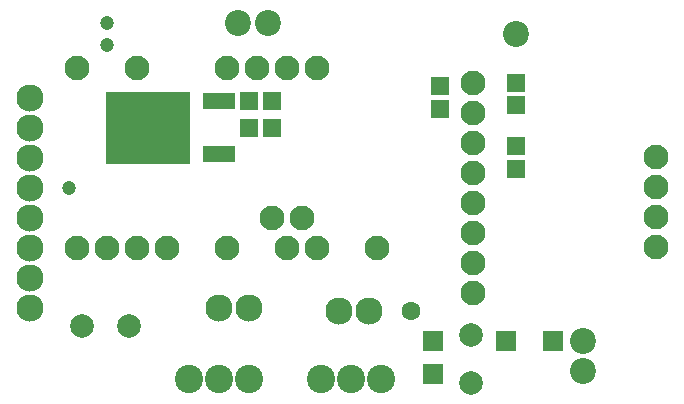
<source format=gbr>
%FSLAX34Y34*%
%MOMM*%
%LNSOLDERMASK_BOTTOM*%
G71*
G01*
%ADD10C, 2.10*%
%ADD11C, 2.30*%
%ADD12R, 1.80X1.80*%
%ADD13C, 1.20*%
%ADD14C, 2.00*%
%ADD15C, 2.40*%
%ADD16C, 2.20*%
%ADD17C, 1.60*%
%ADD18C, 1.70*%
%ADD19R, 7.20X6.20*%
%ADD20R, 2.74X1.47*%
%ADD21R, 1.50X1.60*%
%ADD22R, 1.60X1.50*%
%ADD23C, 2.00*%
%LPD*%
X263520Y806450D02*
G54D10*
D03*
X250825Y933400D02*
G54D10*
D03*
X123825Y933450D02*
G54D10*
D03*
X200025Y933450D02*
G54D10*
D03*
X225425Y933450D02*
G54D10*
D03*
X73025Y933450D02*
G54D10*
D03*
X250825Y781050D02*
G54D10*
D03*
X123825Y781050D02*
G54D10*
D03*
X200025Y781050D02*
G54D10*
D03*
X73025Y781050D02*
G54D10*
D03*
X98425Y781050D02*
G54D10*
D03*
X276225Y933450D02*
G54D10*
D03*
X149225Y781050D02*
G54D10*
D03*
X276225Y781050D02*
G54D10*
D03*
X327025Y781050D02*
G54D10*
D03*
X238517Y806053D02*
G54D10*
D03*
X33338Y755650D02*
G54D11*
D03*
X33337Y781050D02*
G54D11*
D03*
X33337Y806450D02*
G54D11*
D03*
X33337Y831850D02*
G54D11*
D03*
X33338Y857250D02*
G54D11*
D03*
X33338Y882650D02*
G54D11*
D03*
X33338Y908050D02*
G54D11*
D03*
X33338Y730250D02*
G54D11*
D03*
X374650Y701675D02*
G54D12*
D03*
X374650Y673675D02*
G54D12*
D03*
X66675Y831850D02*
G54D13*
D03*
X117475Y714375D02*
G54D14*
D03*
X77475Y714375D02*
G54D14*
D03*
X406400Y666750D02*
G54D14*
D03*
X406400Y706750D02*
G54D14*
D03*
X219075Y669925D02*
G54D15*
D03*
X193675Y669925D02*
G54D15*
D03*
X168275Y669925D02*
G54D15*
D03*
X501650Y701675D02*
G54D16*
D03*
X501650Y676275D02*
G54D16*
D03*
X73025Y933450D02*
G54D17*
D03*
X123825Y933450D02*
G54D17*
D03*
X33337Y806450D02*
G54D18*
D03*
X330200Y669925D02*
G54D15*
D03*
X304800Y669925D02*
G54D15*
D03*
X279400Y669925D02*
G54D15*
D03*
X133350Y882650D02*
G54D19*
D03*
X193650Y860350D02*
G54D20*
D03*
X193650Y904850D02*
G54D20*
D03*
X295275Y727075D02*
G54D11*
D03*
X320675Y727075D02*
G54D11*
D03*
X219075Y730250D02*
G54D11*
D03*
X193675Y730250D02*
G54D11*
D03*
X250825Y933400D02*
G54D17*
D03*
X276225Y781050D02*
G54D17*
D03*
X408781Y742950D02*
G54D17*
D03*
X238125Y882650D02*
G54D21*
D03*
X219125Y882650D02*
G54D21*
D03*
X238075Y904875D02*
G54D21*
D03*
X219075Y904875D02*
G54D21*
D03*
X408781Y844550D02*
G54D17*
D03*
X408781Y819150D02*
G54D17*
D03*
X408781Y793750D02*
G54D17*
D03*
X263520Y806450D02*
G54D17*
D03*
X238517Y806053D02*
G54D17*
D03*
X444518Y847756D02*
G54D22*
D03*
X444518Y866756D02*
G54D22*
D03*
X444500Y920750D02*
G54D22*
D03*
X444500Y901750D02*
G54D22*
D03*
X408781Y844550D02*
G54D10*
D03*
X408781Y869950D02*
G54D10*
D03*
X408781Y895350D02*
G54D10*
D03*
X408781Y920750D02*
G54D10*
D03*
X408781Y742950D02*
G54D10*
D03*
X408781Y768350D02*
G54D10*
D03*
X408781Y793750D02*
G54D10*
D03*
X408781Y819150D02*
G54D10*
D03*
X200025Y781050D02*
G54D17*
D03*
X209550Y971550D02*
G54D16*
D03*
X234950Y971550D02*
G54D16*
D03*
X200025Y781050D02*
G54D10*
D03*
X98425Y952500D02*
G54D13*
D03*
X77475Y714375D02*
G54D17*
D03*
X168275Y669925D02*
G54D23*
D03*
X444500Y962025D02*
G54D16*
D03*
X355600Y727075D02*
G54D17*
D03*
X117475Y714375D02*
G54D17*
D03*
X563337Y781650D02*
G54D10*
D03*
X563337Y807050D02*
G54D10*
D03*
X563337Y832450D02*
G54D10*
D03*
X563337Y857850D02*
G54D10*
D03*
X33338Y882650D02*
G54D10*
D03*
X33337Y857250D02*
G54D10*
D03*
X33337Y831850D02*
G54D10*
D03*
X33337Y806450D02*
G54D10*
D03*
X33338Y781050D02*
G54D10*
D03*
X33338Y755650D02*
G54D10*
D03*
X33338Y730250D02*
G54D10*
D03*
X33338Y908050D02*
G54D10*
D03*
X98475Y971550D02*
G54D13*
D03*
X436550Y701675D02*
G54D12*
D03*
X476250Y701675D02*
G54D12*
D03*
X380525Y917449D02*
G54D22*
D03*
X380525Y898449D02*
G54D22*
D03*
M02*

</source>
